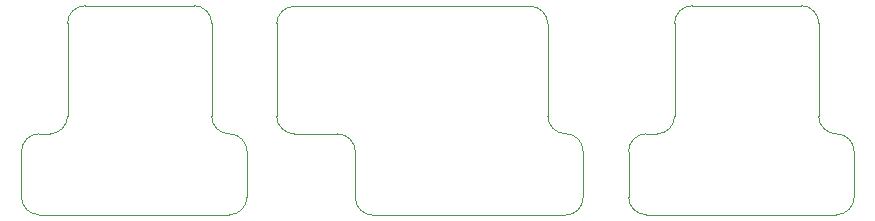
<source format=gbr>
G04 #@! TF.GenerationSoftware,KiCad,Pcbnew,(6.0.11-0)*
G04 #@! TF.CreationDate,2023-06-27T10:09:47+12:00*
G04 #@! TF.ProjectId,molex-adapter,6d6f6c65-782d-4616-9461-707465722e6b,rev?*
G04 #@! TF.SameCoordinates,PX7f50c60PY69db9c0*
G04 #@! TF.FileFunction,Other,User*
%FSLAX46Y46*%
G04 Gerber Fmt 4.6, Leading zero omitted, Abs format (unit mm)*
G04 Created by KiCad (PCBNEW (6.0.11-0)) date 2023-06-27 10:09:47*
%MOMM*%
%LPD*%
G01*
G04 APERTURE LIST*
%ADD10C,0.100000*%
G04 APERTURE END LIST*
D10*
X14050000Y17275000D02*
G75*
G03*
X12550000Y18775000I-1500000J0D01*
G01*
X14050000Y17275000D02*
X14050000Y13374999D01*
X11060663Y20275000D02*
G75*
G03*
X12550000Y18775000I1499937J-100D01*
G01*
X-10400000Y29560662D02*
X9560660Y29560000D01*
X-5250000Y17260661D02*
G75*
G03*
X-6750000Y18760661I-1500028J-28D01*
G01*
X12550000Y11874999D02*
X-3750000Y11875000D01*
X12550000Y11875000D02*
G75*
G03*
X14050000Y13374999I0J1500000D01*
G01*
X-11900000Y20260660D02*
X-11900000Y28110661D01*
X11060659Y28060000D02*
X11060660Y20275000D01*
X11060660Y28060000D02*
G75*
G03*
X9560660Y29560000I-1500000J0D01*
G01*
X-11900000Y20260660D02*
G75*
G03*
X-10400000Y18760661I1499972J-27D01*
G01*
X-10400000Y18760661D02*
X-6750000Y18760661D01*
X-5250000Y13375000D02*
X-5250000Y17260661D01*
X-10400000Y29560662D02*
G75*
G03*
X-11900000Y28060661I-64J-1499936D01*
G01*
X-5250000Y13375000D02*
G75*
G03*
X-3750000Y11875000I1499970J-30D01*
G01*
X17890000Y13409999D02*
X17890000Y17259999D01*
X21789999Y20259999D02*
X21790000Y28109998D01*
X35490000Y11909999D02*
X19390000Y11910000D01*
X34000000Y28109999D02*
G75*
G03*
X32500000Y29609999I-1500093J-93D01*
G01*
X19390000Y18759999D02*
G75*
G03*
X17890000Y17259999I-40J-1499960D01*
G01*
X17890000Y13409999D02*
G75*
G03*
X19390000Y11910000I1499907J-92D01*
G01*
X33990000Y20259999D02*
G75*
G03*
X35490000Y18759999I1499908J-92D01*
G01*
X36990000Y17259999D02*
X36990000Y13409999D01*
X35490000Y11909999D02*
G75*
G03*
X36990000Y13409999I-38J1500038D01*
G01*
X20289999Y18759999D02*
G75*
G03*
X21789999Y20259999I-42J1500042D01*
G01*
X36990000Y17259999D02*
G75*
G03*
X35490000Y18759998I-1500096J-97D01*
G01*
X23290001Y29609999D02*
X32500000Y29609999D01*
X19390000Y18759999D02*
X20289999Y18759999D01*
X23290001Y29609999D02*
G75*
G03*
X21790000Y28109998I-41J-1499960D01*
G01*
X34000000Y28109999D02*
X33990000Y20259999D01*
X-29610001Y20260661D02*
X-29610000Y28110660D01*
X-15910000Y11910661D02*
X-32010000Y11910662D01*
X-17400000Y28110661D02*
G75*
G03*
X-18900000Y29610661I-1500094J-94D01*
G01*
X-32010000Y18760661D02*
G75*
G03*
X-33510000Y17260661I-40J-1499960D01*
G01*
X-33510000Y13410661D02*
G75*
G03*
X-32010000Y11910662I1499907J-92D01*
G01*
X-17410000Y20260661D02*
G75*
G03*
X-15910000Y18760661I1499907J-93D01*
G01*
X-14410000Y17260661D02*
X-14410000Y13410661D01*
X-15910000Y11910661D02*
G75*
G03*
X-14410000Y13410661I-38J1500038D01*
G01*
X-31110001Y18760661D02*
G75*
G03*
X-29610001Y20260661I-40J1500040D01*
G01*
X-14410000Y17260661D02*
G75*
G03*
X-15910000Y18760660I-1500096J-97D01*
G01*
X-28109999Y29610661D02*
X-18900000Y29610661D01*
X-32010000Y18760661D02*
X-31110001Y18760661D01*
X-28109999Y29610661D02*
G75*
G03*
X-29610000Y28110660I-41J-1499960D01*
G01*
X-17400000Y28110661D02*
X-17410000Y20260661D01*
X-33510000Y13410661D02*
X-33510000Y17260661D01*
M02*

</source>
